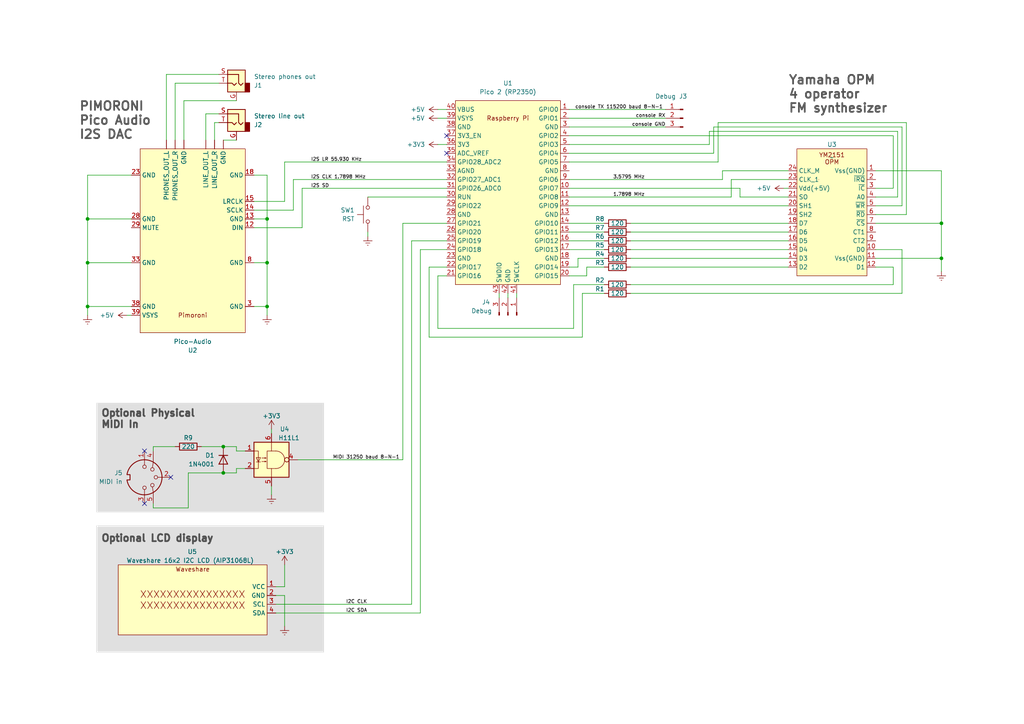
<source format=kicad_sch>
(kicad_sch (version 20230121) (generator eeschema)
  (paper "A4")
  (title_block (title "picoX21H") (date "2025-04-13") (rev "0.02") (company "https://github.com/AnotherJohnH/picoX21H"))
  (lib_symbols
    (symbol "Connector:Conn_01x03_Pin" (pin_names (offset 1.016) hide)
      (property "Reference" "J" (at 0 5.08 0))
      (property "Value" "Conn_01x03_Pin" (at 0 -5.08 0))
      (symbol "Conn_01x03_Pin_1_1"
        (polyline (pts (xy 1.27 -2.54) (xy 0.8636 -2.54)) (stroke (width 0.1524)))
        (polyline (pts (xy 1.27 0) (xy 0.8636 0)) (stroke (width 0.1524)))
        (polyline (pts (xy 1.27 2.54) (xy 0.8636 2.54)) (stroke (width 0.1524)))
        (rectangle (start 0.8636 -2.413) (end 0 -2.667) (stroke (width 0.1524)) (fill (type outline)))
        (rectangle (start 0.8636 0.127) (end 0 -0.127) (stroke (width 0.1524)) (fill (type outline)))
        (rectangle (start 0.8636 2.667) (end 0 2.413) (stroke (width 0.1524)) (fill (type outline)))
        (pin passive line (at 5.08 2.54 180) (length 3.81) (name "Pin_1") (number "1"))
        (pin passive line (at 5.08 0 180) (length 3.81) (name "Pin_2") (number "2"))
        (pin passive line (at 5.08 -2.54 180) (length 3.81) (name "Pin_3") (number "3"))
      )
    )
    (symbol "Connector:DIN-5_180degree" (pin_names (offset 1.016))
      (property "Reference" "J" (at 3.175 5.715 0))
      (property "Value" "DIN-5_180degree" (at 0 -6.35 0))
      (symbol "DIN-5_180degree_0_1"
        (arc (start -5.08 0) (mid -3.8609 -3.3364) (end -0.762 -5.08) (stroke (width 0.254)))
        (circle (center -3.048 0) (radius 0.508))
        (circle (center -2.286 2.286) (radius 0.508))
        (polyline (pts (xy -5.08 0) (xy -3.556 0)))
        (polyline (pts (xy 0 5.08) (xy 0 3.81)))
        (polyline (pts (xy 5.08 0) (xy 3.556 0)))
        (polyline (pts (xy -5.08 2.54) (xy -4.318 2.54) (xy -2.794 2.286)))
        (polyline (pts (xy 5.08 2.54) (xy 4.318 2.54) (xy 2.794 2.286)))
        (polyline (pts (xy -0.762 -4.953) (xy -0.762 -4.191) (xy 0.762 -4.191) (xy 0.762 -4.953)) (stroke (width 0.254)))
        (circle (center 0 3.302) (radius 0.508))
        (arc (start 0.762 -5.08) (mid 3.8685 -3.343) (end 5.08 0) (stroke (width 0.254)))
        (circle (center 2.286 2.286) (radius 0.508))
        (circle (center 3.048 0) (radius 0.508))
        (arc (start 5.08 0) (mid 0 5.0579) (end -5.08 0) (stroke (width 0.254)))
      )
      (symbol "DIN-5_180degree_1_1"
        (pin passive line (at -7.62 0 0) (length 2.54) (name "~") (number "1"))
        (pin passive line (at 0 7.62 270) (length 2.54) (name "~") (number "2"))
        (pin passive line (at 7.62 0 180) (length 2.54) (name "~") (number "3"))
        (pin passive line (at -7.62 2.54 0) (length 2.54) (name "~") (number "4"))
        (pin passive line (at 7.62 2.54 180) (length 2.54) (name "~") (number "5"))
      )
    )
    (symbol "Connector_Audio:AudioJack2_Ground"
      (property "Reference" "J" (at 0 8.89 0))
      (property "Value" "AudioJack2_Ground" (at 0 6.35 0))
      (symbol "AudioJack2_Ground_0_1"
        (rectangle (start -2.54 -2.54) (end -3.81 0) (stroke (width 0.254)) (fill (type outline)))
        (polyline (pts (xy 0 0) (xy 0.635 -0.635) (xy 1.27 0) (xy 2.54 0)) (stroke (width 0.254)))
        (polyline (pts (xy 2.54 2.54) (xy -0.635 2.54) (xy -0.635 0) (xy -1.27 -0.635) (xy -1.905 0)) (stroke (width 0.254)))
        (rectangle (start 2.54 3.81) (end -2.54 -2.54) (stroke (width 0.254)) (fill (type background)))
      )
      (symbol "AudioJack2_Ground_1_1"
        (pin passive line (at 0 -5.08 90) (length 2.54) (name "~") (number "G"))
        (pin passive line (at 5.08 2.54 180) (length 2.54) (name "~") (number "S"))
        (pin passive line (at 5.08 0 180) (length 2.54) (name "~") (number "T"))
      )
    )
    (symbol "Device:R" (pin_numbers hide) (pin_names (offset 0))
      (property "Reference" "R" (at 2.032 0 90))
      (property "Value" "R" (at 0 0 90))
      (symbol "R_0_1"
        (rectangle (start -1.016 -2.54) (end 1.016 2.54) (stroke (width 0.254)))
      )
      (symbol "R_1_1"
        (pin passive line (at 0 3.81 270) (length 1.27) (name "~") (number "1"))
        (pin passive line (at 0 -3.81 90) (length 1.27) (name "~") (number "2"))
      )
    )
    (symbol "Diode:1N4001" (pin_numbers hide) (pin_names hide)
      (property "Reference" "D" (at 0 2.54 0))
      (property "Value" "1N4001" (at 0 -2.54 0))
      (symbol "1N4001_0_1"
        (polyline (pts (xy -1.27 1.27) (xy -1.27 -1.27)) (stroke (width 0.254)))
        (polyline (pts (xy 1.27 0) (xy -1.27 0)))
        (polyline (pts (xy 1.27 1.27) (xy 1.27 -1.27) (xy -1.27 0) (xy 1.27 1.27)) (stroke (width 0.254)))
      )
      (symbol "1N4001_1_1"
        (pin passive line (at -3.81 0 0) (length 2.54) (name "K") (number "1"))
        (pin passive line (at 3.81 0 180) (length 2.54) (name "A") (number "2"))
      )
    )
    (symbol "Isolator:H11L1" (pin_names (offset 1.016))
      (property "Reference" "U" (at 1.27 8.89 0))
      (property "Value" "H11L1" (at 1.27 6.35 0))
      (symbol "H11L1_0_1"
        (rectangle (start -5.08 5.08) (end 5.08 -5.08) (stroke (width 0.254)) (fill (type background)))
        (polyline (pts (xy -4.445 -0.635) (xy -3.175 -0.635)))
        (polyline (pts (xy 0 2.54) (xy 0 5.08)))
        (polyline (pts (xy 0 -2.54) (xy 0 -5.08) (xy 0 -3.81)))
        (polyline (pts (xy -5.08 -2.54) (xy -3.81 -2.54) (xy -3.81 2.54) (xy -5.08 2.54)))
        (polyline (pts (xy -3.81 -0.635) (xy -4.445 0.635) (xy -3.175 0.635) (xy -3.81 -0.635)))
        (polyline (pts (xy 1.27 -2.54) (xy -1.27 -2.54) (xy -1.27 2.54) (xy 1.27 2.54)))
        (polyline (pts (xy -2.794 -0.508) (xy -1.524 -0.508) (xy -1.905 -0.635) (xy -1.905 -0.381) (xy -1.524 -0.508)))
        (polyline (pts (xy -2.794 0.508) (xy -1.524 0.508) (xy -1.905 0.381) (xy -1.905 0.635) (xy -1.524 0.508)))
        (arc (start 1.27 -2.54) (mid 3.799 0) (end 1.27 2.54))
      )
      (symbol "H11L1_1_1"
        (pin passive line (at -7.62 2.54 0) (length 2.54) (name "~") (number "1"))
        (pin passive line (at -7.62 -2.54 0) (length 2.54) (name "~") (number "2"))
        (pin no_connect line (at -5.08 0 0) (length 2.54) hide (name "~") (number "3"))
        (pin output inverted (at 7.62 0 180) (length 3.81) (name "~") (number "4"))
        (pin power_in line (at 0 -7.62 90) (length 2.54) (name "~") (number "5"))
        (pin power_in line (at 0 7.62 270) (length 2.54) (name "~") (number "6"))
      )
    )
    (symbol "MCU_RaspberryPi_and_Boards:Pico 2"
      (property "Reference" "U" (at -13.97 27.94 0))
      (property "Value" "Pico 2 (RP2350)" (at 0 19.05 0))
      (symbol "Pico 2_0_1"
        (rectangle (start -15.24 26.67) (end 15.24 -26.67) (fill (type background)))
      )
      (symbol "Pico 2_1_0"
        (text "Raspberry Pi" (at 0 21.59 0) (effects (font (size 1.27 1.27))))
      )
      (symbol "Pico 2_1_1"
        (pin bidirectional line (at -17.78 24.13 0) (length 2.54) (name "GPIO0") (number "1"))
        (pin bidirectional line (at -17.78 1.27 0) (length 2.54) (name "GPIO7") (number "10"))
        (pin bidirectional line (at -17.78 -1.27 0) (length 2.54) (name "GPIO8") (number "11"))
        (pin bidirectional line (at -17.78 -3.81 0) (length 2.54) (name "GPIO9") (number "12"))
        (pin power_in line (at -17.78 -6.35 0) (length 2.54) (name "GND") (number "13"))
        (pin bidirectional line (at -17.78 -8.89 0) (length 2.54) (name "GPIO10") (number "14"))
        (pin bidirectional line (at -17.78 -11.43 0) (length 2.54) (name "GPIO11") (number "15"))
        (pin bidirectional line (at -17.78 -13.97 0) (length 2.54) (name "GPIO12") (number "16"))
        (pin bidirectional line (at -17.78 -16.51 0) (length 2.54) (name "GPIO13") (number "17"))
        (pin power_in line (at -17.78 -19.05 0) (length 2.54) (name "GND") (number "18"))
        (pin bidirectional line (at -17.78 -21.59 0) (length 2.54) (name "GPIO14") (number "19"))
        (pin bidirectional line (at -17.78 21.59 0) (length 2.54) (name "GPIO1") (number "2"))
        (pin bidirectional line (at -17.78 -24.13 0) (length 2.54) (name "GPIO15") (number "20"))
        (pin bidirectional line (at 17.78 -24.13 180) (length 2.54) (name "GPIO16") (number "21"))
        (pin bidirectional line (at 17.78 -21.59 180) (length 2.54) (name "GPIO17") (number "22"))
        (pin power_in line (at 17.78 -19.05 180) (length 2.54) (name "GND") (number "23"))
        (pin bidirectional line (at 17.78 -16.51 180) (length 2.54) (name "GPIO18") (number "24"))
        (pin bidirectional line (at 17.78 -13.97 180) (length 2.54) (name "GPIO19") (number "25"))
        (pin bidirectional line (at 17.78 -11.43 180) (length 2.54) (name "GPIO20") (number "26"))
        (pin bidirectional line (at 17.78 -8.89 180) (length 2.54) (name "GPIO21") (number "27"))
        (pin power_in line (at 17.78 -6.35 180) (length 2.54) (name "GND") (number "28"))
        (pin bidirectional line (at 17.78 -3.81 180) (length 2.54) (name "GPIO22") (number "29"))
        (pin power_in line (at -17.78 19.05 0) (length 2.54) (name "GND") (number "3"))
        (pin input line (at 17.78 -1.27 180) (length 2.54) (name "RUN") (number "30"))
        (pin bidirectional line (at 17.78 1.27 180) (length 2.54) (name "GPIO26_ADC0") (number "31"))
        (pin bidirectional line (at 17.78 3.81 180) (length 2.54) (name "GPIO27_ADC1") (number "32"))
        (pin power_in line (at 17.78 6.35 180) (length 2.54) (name "AGND") (number "33"))
        (pin bidirectional line (at 17.78 8.89 180) (length 2.54) (name "GPIO28_ADC2") (number "34"))
        (pin power_in line (at 17.78 11.43 180) (length 2.54) (name "ADC_VREF") (number "35"))
        (pin power_in line (at 17.78 13.97 180) (length 2.54) (name "3V3") (number "36"))
        (pin input line (at 17.78 16.51 180) (length 2.54) (name "3V3_EN") (number "37"))
        (pin bidirectional line (at 17.78 19.05 180) (length 2.54) (name "GND") (number "38"))
        (pin power_in line (at 17.78 21.59 180) (length 2.54) (name "VSYS") (number "39"))
        (pin bidirectional line (at -17.78 16.51 0) (length 2.54) (name "GPIO2") (number "4"))
        (pin power_in line (at 17.78 24.13 180) (length 2.54) (name "VBUS") (number "40"))
        (pin input line (at -2.54 -29.21 90) (length 2.54) (name "SWCLK") (number "41"))
        (pin power_in line (at 0 -29.21 90) (length 2.54) (name "GND") (number "42"))
        (pin bidirectional line (at 2.54 -29.21 90) (length 2.54) (name "SWDIO") (number "43"))
        (pin bidirectional line (at -17.78 13.97 0) (length 2.54) (name "GPIO3") (number "5"))
        (pin bidirectional line (at -17.78 11.43 0) (length 2.54) (name "GPIO4") (number "6"))
        (pin bidirectional line (at -17.78 8.89 0) (length 2.54) (name "GPIO5") (number "7"))
        (pin power_in line (at -17.78 6.35 0) (length 2.54) (name "GND") (number "8"))
        (pin bidirectional line (at -17.78 3.81 0) (length 2.54) (name "GPIO6") (number "9"))
      )
    )
    (symbol "MCU_RaspberryPi_and_Boards:Pimoroni Pico-Audio"
      (property "Reference" "U" (at -13.97 27.94 0))
      (property "Value" "Pico-Audio" (at 0 19.05 0))
      (symbol "Pimoroni Pico-Audio_0_1"
        (rectangle (start -15.24 26.67) (end 15.24 -26.67) (fill (type background)))
      )
      (symbol "Pimoroni Pico-Audio_1_0"
        (text "Pimoroni" (at 0 21.59 0) (effects (font (size 1.27 1.27))))
      )
      (symbol "Pimoroni Pico-Audio_1_1"
        (pin power_out line (at -8.89 -29.21 90) (length 2.54) (name "GND") (number ""))
        (pin power_out line (at 2.54 -29.21 90) (length 2.54) (name "GND") (number ""))
        (pin output line (at -3.81 -29.21 90) (length 2.54) (name "LINE_OUT_L") (number ""))
        (pin output line (at -6.35 -29.21 90) (length 2.54) (name "LINE_OUT_R") (number ""))
        (pin output line (at 7.62 -29.21 90) (length 2.54) (name "PHONES_OUT_L") (number ""))
        (pin output line (at 5.08 -29.21 90) (length 2.54) (name "PHONES_OUT_R") (number ""))
        (pin input line (at -17.78 -3.81 0) (length 2.54) (name "DIN") (number "12"))
        (pin power_in line (at -17.78 -6.35 0) (length 2.54) (name "GND") (number "13"))
        (pin input line (at -17.78 -8.89 0) (length 2.54) (name "SCLK") (number "14"))
        (pin input line (at -17.78 -11.43 0) (length 2.54) (name "LRCLK") (number "15"))
        (pin power_in line (at -17.78 -19.05 0) (length 2.54) (name "GND") (number "18"))
        (pin power_in line (at 17.78 -19.05 180) (length 2.54) (name "GND") (number "23"))
        (pin power_in line (at 17.78 -6.35 180) (length 2.54) (name "GND") (number "28"))
        (pin input line (at 17.78 -3.81 180) (length 2.54) (name "MUTE") (number "29"))
        (pin power_in line (at -17.78 19.05 0) (length 2.54) (name "GND") (number "3"))
        (pin power_in line (at 17.78 6.35 180) (length 2.54) (name "GND") (number "33"))
        (pin bidirectional line (at 17.78 19.05 180) (length 2.54) (name "GND") (number "38"))
        (pin power_in line (at 17.78 21.59 180) (length 2.54) (name "VSYS") (number "39"))
        (pin power_in line (at -17.78 6.35 0) (length 2.54) (name "GND") (number "8"))
      )
    )
    (symbol "MCU_RaspberryPi_and_Boards:Waveshare 16x2 I2C LCD"
      (property "Reference" "U" (at -1.27 12.7 0))
      (property "Value" "Waveshare 16x2 I2C LCD" (at 0 6.35 0))
      (symbol "Waveshare 16x2 I2C LCD_0_1"
        (rectangle (start -21.59 10.16) (end 21.59 -10.16) (fill (type background)))
      )
      (symbol "Waveshare 16x2 I2C LCD_1_0"
        (text "Waveshare" (at 0 8.89 0) (effects (font (size 1.27 1.27))))
        (text "XXXXXXXXXXXXXXXX\nXXXXXXXXXXXXXXXX" (at 0 0 0) (effects (font (size 2 2))))
      )
      (symbol "Waveshare 16x2 I2C LCD_1_1"
        (pin power_in line (at -24.13 3.81 0) (length 2.54) (name "VCC") (number "1"))
        (pin power_in line (at -24.13 1.27 0) (length 2.54) (name "GND") (number "2"))
        (pin input line (at -24.13 -1.27 0) (length 2.54) (name "SCL") (number "3"))
        (pin input line (at -24.13 -3.81 0) (length 2.54) (name "SDA") (number "4"))
      )
    )
    (symbol "MCU_RaspberryPi_and_Boards:YM2151"
      (property "Reference" "U" (at 0 20.32 0))
      (symbol "YM2151_0_0"
        (text_box "YM2151\nOPM\n" (at -10.16 19.05 0) (size 20.32 -36.83) (fill (type color) (color 255 255 194 1)) (effects (font (size 1.27 1.27)) (justify top)))
      )
      (symbol "YM2151_0_1"
        (rectangle (start 3.81 10.16) (end 3.81 10.16))
      )
      (symbol "YM2151_1_1"
        (pin power_in line (at -12.7 12.7 0) (length 2.54) (name "Vss(GND)") (number "1"))
        (pin bidirectional line (at -12.7 -10.16 0) (length 2.54) (name "D0") (number "10"))
        (pin power_in line (at -12.7 -12.7 0) (length 2.54) (name "Vss(GND)") (number "11"))
        (pin bidirectional line (at -12.7 -15.24 0) (length 2.54) (name "D1") (number "12"))
        (pin bidirectional line (at 12.7 -15.24 180) (length 2.54) (name "D2") (number "13"))
        (pin bidirectional line (at 12.7 -12.7 180) (length 2.54) (name "D3") (number "14"))
        (pin bidirectional line (at 12.7 -10.16 180) (length 2.54) (name "D4") (number "15"))
        (pin bidirectional line (at 12.7 -7.62 180) (length 2.54) (name "D5") (number "16"))
        (pin bidirectional line (at 12.7 -5.08 180) (length 2.54) (name "D6") (number "17"))
        (pin bidirectional line (at 12.7 -2.54 180) (length 2.54) (name "D7") (number "18"))
        (pin output line (at 12.7 0 180) (length 2.54) (name "SH2") (number "19"))
        (pin output line (at -12.7 10.16 0) (length 2.54) (name "~{IRQ}") (number "2"))
        (pin output line (at 12.7 2.54 180) (length 2.54) (name "SH1") (number "20"))
        (pin output line (at 12.7 5.08 180) (length 2.54) (name "SO") (number "21"))
        (pin power_in line (at 12.7 7.62 180) (length 2.54) (name "Vdd(+5V)") (number "22"))
        (pin output line (at 12.7 10.16 180) (length 2.54) (name "CLK_1") (number "23"))
        (pin input line (at 12.7 12.7 180) (length 2.54) (name "CLK_M") (number "24"))
        (pin input line (at -12.7 7.62 0) (length 2.54) (name "~{IC}") (number "3"))
        (pin input line (at -12.7 5.08 0) (length 2.54) (name "A0") (number "4"))
        (pin input line (at -12.7 2.54 0) (length 2.54) (name "~{WR}") (number "5"))
        (pin input line (at -12.7 0 0) (length 2.54) (name "~{RD}") (number "6"))
        (pin input line (at -12.7 -2.54 0) (length 2.54) (name "~{CS}") (number "7"))
        (pin output line (at -12.7 -5.08 0) (length 2.54) (name "CT1") (number "8"))
        (pin output line (at -12.7 -7.62 0) (length 2.54) (name "CT2") (number "9"))
      )
    )
    (symbol "Switch:SW_Push" (pin_numbers hide) (pin_names (offset 1.016) hide)
      (property "Reference" "SW" (at 1.27 2.54 0))
      (property "Value" "SW_Push" (at 0 -1.524 0))
      (symbol "SW_Push_0_1"
        (circle (center -2.032 0) (radius 0.508))
        (polyline (pts (xy 0 1.27) (xy 0 3.048)))
        (polyline (pts (xy 2.54 1.27) (xy -2.54 1.27)))
        (circle (center 2.032 0) (radius 0.508))
        (pin passive line (at -5.08 0 0) (length 2.54) (name "1") (number "1"))
        (pin passive line (at 5.08 0 180) (length 2.54) (name "2") (number "2"))
      )
    )
    (symbol "power:+3V3" (power) (pin_names (offset 0))
      (property "Value" "+3V3" (at 0 3.556 0))
      (symbol "+3V3_0_1"
        (polyline (pts (xy -0.762 1.27) (xy 0 2.54)))
        (polyline (pts (xy 0 0) (xy 0 2.54)))
        (polyline (pts (xy 0 2.54) (xy 0.762 1.27)))
      )
      (symbol "+3V3_1_1"
        (pin power_in line (at 0 0 90) (length 0) hide (name "+3V3") (number "1"))
      )
    )
    (symbol "power:+5V" (power) (pin_names (offset 0))
      (property "Value" "+5V" (at 0 3.556 0))
      (symbol "+5V_0_1"
        (polyline (pts (xy -0.762 1.27) (xy 0 2.54)))
        (polyline (pts (xy 0 0) (xy 0 2.54)))
        (polyline (pts (xy 0 2.54) (xy 0.762 1.27)))
      )
      (symbol "+5V_1_1"
        (pin power_in line (at 0 0 90) (length 0) hide (name "+5V") (number "1"))
      )
    )
    (symbol "power:Earth" (power) (pin_names (offset 0))
      (symbol "Earth_0_1"
        (polyline (pts (xy -0.635 -1.905) (xy 0.635 -1.905)))
        (polyline (pts (xy -0.127 -2.54) (xy 0.127 -2.54)))
        (polyline (pts (xy 0 -1.27) (xy 0 0)))
        (polyline (pts (xy 1.27 -1.27) (xy -1.27 -1.27)))
      )
      (symbol "Earth_1_1"
        (pin power_in line (at 0 0 270) (length 0) hide (name "Earth") (number "1"))
      )
    )
  )
  (junction (at 25.4 88.9))
  (junction (at 273.05 74.93))
  (junction (at 25.4 76.2))
  (junction (at 64.77 129.54))
  (junction (at 273.05 64.77))
  (junction (at 25.4 63.5))
  (junction (at 64.77 137.16))
  (junction (at 77.47 76.2))
  (junction (at 77.47 88.9))
  (junction (at 77.47 63.5))
  (no_connect (at 129.54 44.45))
  (no_connect (at 129.54 39.37))
  (no_connect (at 49.53 138.43))
  (no_connect (at 41.91 146.05))
  (no_connect (at 41.91 130.81))
  (wire (pts (xy 254 77.47) (xy 259.08 77.47)))
  (wire (pts (xy 273.05 74.93) (xy 273.05 78.74)))
  (wire (pts (xy 212.09 52.07) (xy 228.6 52.07)))
  (wire (pts (xy 73.66 88.9) (xy 77.47 88.9)))
  (wire (pts (xy 86.36 133.35) (xy 116.84 133.35)))
  (wire (pts (xy 82.55 172.72) (xy 82.55 181.61)))
  (wire (pts (xy 44.45 146.05) (xy 44.45 147.32)))
  (wire (pts (xy 165.1 64.77) (xy 175.26 64.77)))
  (wire (pts (xy 71.12 130.81) (xy 68.58 130.81)))
  (wire (pts (xy 182.88 67.31) (xy 228.6 67.31)))
  (wire (pts (xy 209.55 49.53) (xy 209.55 52.07)))
  (wire (pts (xy 124.46 77.47) (xy 129.54 77.47)))
  (wire (pts (xy 144.78 85.09) (xy 144.78 86.36)))
  (wire (pts (xy 44.45 130.81) (xy 44.45 129.54)))
  (wire (pts (xy 165.1 41.91) (xy 205.74 41.91)))
  (wire (pts (xy 165.1 67.31) (xy 175.26 67.31)))
  (wire (pts (xy 208.28 35.56) (xy 208.28 46.99)))
  (wire (pts (xy 64.77 137.16) (xy 68.58 137.16)))
  (wire (pts (xy 170.18 77.47) (xy 175.26 77.47)))
  (wire (pts (xy 259.08 39.37) (xy 259.08 54.61)))
  (wire (pts (xy 25.4 88.9) (xy 38.1 88.9)))
  (wire (pts (xy 127 95.25) (xy 127 80.01)))
  (wire (pts (xy 116.84 133.35) (xy 116.84 64.77)))
  (wire (pts (xy 166.37 95.25) (xy 166.37 82.55)))
  (wire (pts (xy 208.28 35.56) (xy 262.89 35.56)))
  (wire (pts (xy 168.91 97.79) (xy 168.91 85.09)))
  (wire (pts (xy 228.6 57.15) (xy 214.63 57.15)))
  (wire (pts (xy 77.47 50.8) (xy 73.66 50.8)))
  (wire (pts (xy 170.18 80.01) (xy 165.1 80.01)))
  (wire (pts (xy 68.58 29.21) (xy 53.34 29.21)))
  (wire (pts (xy 127 95.25) (xy 166.37 95.25)))
  (wire (pts (xy 182.88 82.55) (xy 259.08 82.55)))
  (wire (pts (xy 25.4 76.2) (xy 25.4 88.9)))
  (wire (pts (xy 254 59.69) (xy 261.62 59.69)))
  (wire (pts (xy 68.58 135.89) (xy 68.58 137.16)))
  (wire (pts (xy 167.64 74.93) (xy 167.64 77.47)))
  (wire (pts (xy 182.88 74.93) (xy 228.6 74.93)))
  (wire (pts (xy 260.35 38.1) (xy 260.35 57.15)))
  (wire (pts (xy 165.1 54.61) (xy 214.63 54.61)))
  (wire (pts (xy 68.58 135.89) (xy 71.12 135.89)))
  (wire (pts (xy 182.88 77.47) (xy 228.6 77.47)))
  (wire (pts (xy 25.4 88.9) (xy 25.4 91.44)))
  (wire (pts (xy 214.63 57.15) (xy 214.63 54.61)))
  (wire (pts (xy 261.62 85.09) (xy 261.62 72.39)))
  (wire (pts (xy 73.66 60.96) (xy 85.09 60.96)))
  (wire (pts (xy 165.1 39.37) (xy 259.08 39.37)))
  (wire (pts (xy 227.33 54.61) (xy 228.6 54.61)))
  (wire (pts (xy 165.1 44.45) (xy 207.01 44.45)))
  (wire (pts (xy 50.8 24.13) (xy 63.5 24.13)))
  (wire (pts (xy 205.74 38.1) (xy 260.35 38.1)))
  (wire (pts (xy 82.55 58.42) (xy 73.66 58.42)))
  (wire (pts (xy 119.38 69.85) (xy 119.38 175.26)))
  (wire (pts (xy 82.55 46.99) (xy 129.54 46.99)))
  (wire (pts (xy 212.09 52.07) (xy 212.09 57.15)))
  (wire (pts (xy 129.54 34.29) (xy 127 34.29)))
  (wire (pts (xy 68.58 40.64) (xy 64.77 40.64)))
  (wire (pts (xy 64.77 129.54) (xy 58.42 129.54)))
  (wire (pts (xy 165.1 57.15) (xy 212.09 57.15)))
  (wire (pts (xy 80.01 177.8) (xy 121.92 177.8)))
  (wire (pts (xy 124.46 97.79) (xy 124.46 77.47)))
  (wire (pts (xy 25.4 50.8) (xy 25.4 63.5)))
  (wire (pts (xy 25.4 63.5) (xy 38.1 63.5)))
  (wire (pts (xy 193.04 31.75) (xy 165.1 31.75)))
  (wire (pts (xy 254 74.93) (xy 273.05 74.93)))
  (wire (pts (xy 64.77 137.16) (xy 54.61 137.16)))
  (wire (pts (xy 129.54 41.91) (xy 127 41.91)))
  (wire (pts (xy 106.68 67.31) (xy 106.68 68.58)))
  (wire (pts (xy 149.86 85.09) (xy 149.86 86.36)))
  (wire (pts (xy 124.46 97.79) (xy 168.91 97.79)))
  (wire (pts (xy 254 64.77) (xy 273.05 64.77)))
  (wire (pts (xy 193.04 34.29) (xy 165.1 34.29)))
  (wire (pts (xy 207.01 44.45) (xy 207.01 36.83)))
  (wire (pts (xy 165.1 72.39) (xy 175.26 72.39)))
  (wire (pts (xy 165.1 59.69) (xy 228.6 59.69)))
  (wire (pts (xy 53.34 40.64) (xy 53.34 29.21)))
  (wire (pts (xy 54.61 147.32) (xy 44.45 147.32)))
  (wire (pts (xy 168.91 85.09) (xy 175.26 85.09)))
  (wire (pts (xy 77.47 50.8) (xy 77.47 63.5)))
  (wire (pts (xy 261.62 36.83) (xy 261.62 59.69)))
  (wire (pts (xy 87.63 54.61) (xy 129.54 54.61)))
  (wire (pts (xy 73.66 66.04) (xy 87.63 66.04)))
  (wire (pts (xy 127 80.01) (xy 129.54 80.01)))
  (wire (pts (xy 182.88 72.39) (xy 228.6 72.39)))
  (wire (pts (xy 209.55 52.07) (xy 165.1 52.07)))
  (wire (pts (xy 254 57.15) (xy 260.35 57.15)))
  (wire (pts (xy 165.1 46.99) (xy 208.28 46.99)))
  (wire (pts (xy 193.04 36.83) (xy 165.1 36.83)))
  (wire (pts (xy 167.64 77.47) (xy 165.1 77.47)))
  (wire (pts (xy 25.4 76.2) (xy 38.1 76.2)))
  (wire (pts (xy 82.55 163.83) (xy 82.55 170.18)))
  (wire (pts (xy 80.01 172.72) (xy 82.55 172.72)))
  (wire (pts (xy 254 72.39) (xy 261.62 72.39)))
  (wire (pts (xy 77.47 88.9) (xy 77.47 91.44)))
  (wire (pts (xy 259.08 82.55) (xy 259.08 77.47)))
  (wire (pts (xy 77.47 76.2) (xy 77.47 88.9)))
  (wire (pts (xy 59.69 40.64) (xy 59.69 33.02)))
  (wire (pts (xy 254 49.53) (xy 273.05 49.53)))
  (wire (pts (xy 85.09 52.07) (xy 129.54 52.07)))
  (wire (pts (xy 87.63 66.04) (xy 87.63 54.61)))
  (wire (pts (xy 182.88 85.09) (xy 261.62 85.09)))
  (wire (pts (xy 147.32 85.09) (xy 147.32 86.36)))
  (wire (pts (xy 273.05 64.77) (xy 273.05 74.93)))
  (wire (pts (xy 48.26 21.59) (xy 63.5 21.59)))
  (wire (pts (xy 44.45 129.54) (xy 50.8 129.54)))
  (wire (pts (xy 262.89 62.23) (xy 254 62.23)))
  (wire (pts (xy 273.05 49.53) (xy 273.05 64.77)))
  (wire (pts (xy 82.55 46.99) (xy 82.55 58.42)))
  (wire (pts (xy 68.58 129.54) (xy 68.58 130.81)))
  (wire (pts (xy 259.08 54.61) (xy 254 54.61)))
  (wire (pts (xy 116.84 64.77) (xy 129.54 64.77)))
  (wire (pts (xy 262.89 35.56) (xy 262.89 62.23)))
  (wire (pts (xy 59.69 33.02) (xy 63.5 33.02)))
  (wire (pts (xy 80.01 175.26) (xy 119.38 175.26)))
  (wire (pts (xy 106.68 57.15) (xy 129.54 57.15)))
  (wire (pts (xy 78.74 124.46) (xy 78.74 125.73)))
  (wire (pts (xy 85.09 52.07) (xy 85.09 60.96)))
  (wire (pts (xy 121.92 72.39) (xy 129.54 72.39)))
  (wire (pts (xy 119.38 69.85) (xy 129.54 69.85)))
  (wire (pts (xy 207.01 36.83) (xy 261.62 36.83)))
  (wire (pts (xy 78.74 140.97) (xy 78.74 143.51)))
  (wire (pts (xy 62.23 35.56) (xy 63.5 35.56)))
  (wire (pts (xy 209.55 49.53) (xy 228.6 49.53)))
  (wire (pts (xy 182.88 69.85) (xy 228.6 69.85)))
  (wire (pts (xy 121.92 72.39) (xy 121.92 177.8)))
  (wire (pts (xy 25.4 63.5) (xy 25.4 76.2)))
  (wire (pts (xy 77.47 63.5) (xy 77.47 76.2)))
  (wire (pts (xy 80.01 170.18) (xy 82.55 170.18)))
  (wire (pts (xy 54.61 137.16) (xy 54.61 147.32)))
  (wire (pts (xy 25.4 50.8) (xy 38.1 50.8)))
  (wire (pts (xy 166.37 82.55) (xy 175.26 82.55)))
  (wire (pts (xy 167.64 74.93) (xy 175.26 74.93)))
  (wire (pts (xy 48.26 21.59) (xy 48.26 40.64)))
  (wire (pts (xy 165.1 69.85) (xy 175.26 69.85)))
  (wire (pts (xy 73.66 63.5) (xy 77.47 63.5)))
  (wire (pts (xy 129.54 31.75) (xy 127 31.75)))
  (wire (pts (xy 64.77 129.54) (xy 68.58 129.54)))
  (wire (pts (xy 50.8 24.13) (xy 50.8 40.64)))
  (wire (pts (xy 170.18 77.47) (xy 170.18 80.01)))
  (wire (pts (xy 205.74 41.91) (xy 205.74 38.1)))
  (wire (pts (xy 36.83 91.44) (xy 38.1 91.44)))
  (wire (pts (xy 62.23 40.64) (xy 62.23 35.56)))
  (wire (pts (xy 182.88 64.77) (xy 228.6 64.77)))
  (wire (pts (xy 77.47 76.2) (xy 73.66 76.2)))
  (rectangle (start 27.94 152.4) (end 93.98 189.23) (stroke (width -0.0001)) (fill (type color) (color 224 224 224 1)))
  (rectangle (start 27.94 116.84) (end 93.98 148.59) (stroke (width -0.0001)) (fill (type color) (color 224 224 224 1)))
  (text "Yamaha OPM\n4 operator\nFM synthesizer" (at 228.6 33.02 0) (effects (font (size 2.54 2.54) (thickness 0.508) bold) (justify left bottom)))
  (text "Optional LCD display" (at 29.21 157.48 0) (effects (font (size 2.032 2.032) (thickness 0.508) bold) (justify left bottom)))
  (text "PIMORONI\nPico Audio\nI2S DAC" (at 22.86 40.64 0) (effects (font (size 2.54 2.54) (thickness 0.508) bold) (justify left bottom)))
  (text "Optional Physical\nMIDI In" (at 29.21 124.46 0) (effects (font (size 2.032 2.032) (thickness 0.508) bold) (justify left bottom)))
  (label "console RX" (at 193.04 34.29 180) (effects (font (size 1 1))))
  (label "I2S LR 55.930 KHz" (at 90.17 46.99 0) (effects (font (size 1 1))))
  (label "I2S CLK 1.7898 MHz" (at 90.17 52.07 0) (effects (font (size 1 1))))
  (label "console GND" (at 193.04 36.83 180) (effects (font (size 1 1))))
  (label "1.7898 MHz" (at 177.8 57.15 0) (effects (font (size 1 1))))
  (label "I2C SDA" (at 100.33 177.8 0) (effects (font (size 1 1))))
  (label "I2C CLK" (at 100.33 175.26 0) (effects (font (size 1 1))))
  (label "MIDI 31250 baud 8-N-1" (at 96.52 133.35 0) (effects (font (size 1 1))))
  (label "console TX 115200 baud 8-N-1 " (at 193.04 31.75 180) (effects (font (size 1 1))))
  (label "3.5795 MHz" (at 177.8 52.07 0) (effects (font (size 1 1))))
  (label "I2S SD" (at 90.17 54.61 0) (effects (font (size 1 1))))
  (symbol (lib_id "Diode:1N4001") (at 64.77 133.35 90) (mirror x) (unit 1)
    (property "Reference" "D1" (at 62.23 132.08 90) (effects (justify left)))
    (property "Value" "1N4001" (at 62.23 134.62 90) (effects (justify left)))
    (property "Footprint" "Diode_THT:D_DO-41_SOD81_P10.16mm_Horizontal" (effects hide))
    (property "Datasheet" "http://www.vishay.com/docs/88503/1n4001.pdf" (effects hide))
    (property "Sim.Device" "D" (effects hide))
    (property "Sim.Pins" "1=K 2=A" (effects hide))
  )
  (symbol (lib_id "MCU_RaspberryPi_and_Boards:Pico 2") (at 147.32 55.88 0) (mirror y) (unit 1)
    (property "Reference" "U1" (at 147.32 24.13 0))
    (property "Value" "Pico 2 (RP2350)" (at 147.32 26.67 0))
    (property "Footprint" "RPi_Pico:RPi_Pico_SMD_TH" (effects hide))
  )
  (symbol (lib_id "power:Earth") (at 82.55 181.61 0) (unit 1)
    (property "Reference" "#PWR013" (effects hide))
    (property "Value" "Earth" (effects hide))
  )
  (symbol (lib_id "power:Earth") (at 25.4 91.44 0) (mirror y) (unit 1)
    (property "Reference" "#PWR08" (effects hide))
    (property "Value" "Earth" (effects hide))
  )
  (symbol (lib_id "power:Earth") (at 106.68 68.58 0) (mirror y) (unit 1)
    (property "Reference" "#PWR02" (effects hide))
    (property "Value" "Earth" (effects hide))
  )
  (symbol (lib_id "power:+5V") (at 36.83 91.44 90) (mirror x) (unit 1)
    (property "Reference" "#PWR04" (effects hide))
    (property "Value" "VSYS" (at 33.02 91.44 90) (effects (justify left)))
  )
  (symbol (lib_id "Connector_Audio:AudioJack2_Ground") (at 68.58 35.56 0) (mirror y) (unit 1)
    (property "Reference" "J2" (at 73.66 36.195 0) (effects (justify right)))
    (property "Value" "Stereo line out" (at 73.66 33.655 0) (effects (justify right)))
    (property "Footprint" "Connector_Audio:Jack_3.5mm_CUI_SJ1-3523N_Horizontal" (effects hide))
  )
  (symbol (lib_id "Connector:Conn_01x03_Pin") (at 198.12 34.29 0) (mirror y) (unit 1)
    (property "Reference" "J3" (at 198.12 27.94 0))
    (property "Value" "Debug" (at 193.04 27.94 0))
    (property "Footprint" "Connector:FanPinHeader_1x03_P2.54mm_Vertical" (effects hide))
  )
  (symbol (lib_id "Device:R") (at 179.07 67.31 90) (unit 1)
    (property "Reference" "R7" (at 173.99 66.04 90))
    (property "Value" "120" (at 179.07 67.31 90))
  )
  (symbol (lib_id "Isolator:H11L1") (at 78.74 133.35 0) (unit 1)
    (property "Reference" "U4" (at 82.55 124.46 0))
    (property "Value" "H11L1" (at 83.82 127 0))
    (property "Footprint" "Package_DIP:DIP-6_W7.62mm_LongPads" (effects hide))
    (property "Datasheet" "https://www.onsemi.com/pub/Collateral/H11L3M-D.PDF" (effects hide))
  )
  (symbol (lib_id "Device:R") (at 179.07 72.39 90) (unit 1)
    (property "Reference" "R5" (at 173.99 71.12 90))
    (property "Value" "120" (at 179.07 72.39 90))
  )
  (symbol (lib_id "power:+3V3") (at 78.74 124.46 0) (unit 1)
    (property "Reference" "#PWR05" (effects hide))
    (property "Value" "+3V3" (at 78.74 120.65 0))
  )
  (symbol (lib_id "power:+5V") (at 227.33 54.61 90) (mirror x) (unit 1)
    (property "Reference" "#PWR011" (effects hide))
    (property "Value" "VSYS" (at 223.52 54.61 90) (effects (justify left)))
  )
  (symbol (lib_id "power:Earth") (at 273.05 78.74 0) (mirror y) (unit 1)
    (property "Reference" "#PWR09" (effects hide))
    (property "Value" "Earth" (effects hide))
  )
  (symbol (lib_id "Device:R") (at 179.07 82.55 90) (unit 1)
    (property "Reference" "R2" (at 173.99 81.28 90))
    (property "Value" "120" (at 179.07 82.55 90))
  )
  (symbol (lib_id "Switch:SW_Push") (at 106.68 62.23 90) (mirror x) (unit 1)
    (property "Reference" "SW1" (at 102.87 60.96 90) (effects (justify left)))
    (property "Value" "RST" (at 102.87 63.5 90) (effects (justify left)))
    (property "Footprint" "Button_Switch_THT:SW_PUSH_6mm_H5mm" (effects hide))
  )
  (symbol (lib_id "MCU_RaspberryPi_and_Boards:Waveshare 16x2 I2C LCD") (at 55.88 173.99 0) (mirror y) (unit 1)
    (property "Reference" "U5" (at 57.15 160.02 0) (effects (justify left)))
    (property "Value" "Waveshare 16x2 I2C LCD (AIP31068L)" (at 73.66 162.56 0) (effects (justify left)))
    (property "Footprint" "RPi_Pico:RPi_Pico_SMD_TH" (effects hide))
  )
  (symbol (lib_id "power:+3V3") (at 82.55 163.83 0) (unit 1)
    (property "Reference" "#PWR012" (effects hide))
    (property "Value" "+3V3" (at 82.55 160.02 0))
  )
  (symbol (lib_id "Connector_Audio:AudioJack2_Ground") (at 68.58 24.13 0) (mirror y) (unit 1)
    (property "Reference" "J1" (at 73.66 24.765 0) (effects (justify right)))
    (property "Value" "Stereo phones out" (at 73.66 22.225 0) (effects (justify right)))
    (property "Footprint" "Connector_Audio:Jack_3.5mm_CUI_SJ1-3523N_Horizontal" (effects hide))
  )
  (symbol (lib_id "Device:R") (at 179.07 64.77 90) (unit 1)
    (property "Reference" "R8" (at 173.99 63.5 90))
    (property "Value" "120" (at 179.07 64.77 90))
  )
  (symbol (lib_id "MCU_RaspberryPi_and_Boards:Pimoroni Pico-Audio") (at 55.88 69.85 180) (unit 1)
    (property "Reference" "U2" (at 55.88 101.6 0))
    (property "Value" "Pico-Audio" (at 55.88 99.06 0))
    (property "Footprint" "RPi_Pico:RPi_Pico_SMD_TH" (effects hide))
  )
  (symbol (lib_id "MCU_RaspberryPi_and_Boards:YM2151") (at 241.3 62.23 0) (mirror y) (unit 1)
    (property "Reference" "U3" (at 241.3 41.91 0))
    (property "Value" "~" (at 241.3 45.72 0))
  )
  (symbol (lib_id "power:+3V3") (at 127 41.91 90) (mirror x) (unit 1)
    (property "Reference" "#PWR06" (effects hide))
    (property "Value" "+3V3" (at 120.65 41.91 90))
  )
  (symbol (lib_id "Device:R") (at 179.07 85.09 90) (unit 1)
    (property "Reference" "R1" (at 173.99 83.82 90))
    (property "Value" "120" (at 179.07 85.09 90))
  )
  (symbol (lib_id "Device:R") (at 179.07 69.85 90) (unit 1)
    (property "Reference" "R6" (at 173.99 68.58 90))
    (property "Value" "120" (at 179.07 69.85 90))
  )
  (symbol (lib_id "Connector:DIN-5_180degree") (at 41.91 138.43 270) (unit 1)
    (property "Reference" "J5" (at 35.56 137.16 90) (effects (justify right)))
    (property "Value" "MIDI in" (at 35.56 139.7 90) (effects (justify right)))
    (property "Datasheet" "http://www.mouser.com/ds/2/18/40_c091_abd_e-75918.pdf" (effects hide))
  )
  (symbol (lib_id "Device:R") (at 54.61 129.54 270) (mirror x) (unit 1)
    (property "Reference" "R9" (at 54.61 127 90))
    (property "Value" "220" (at 54.61 129.54 90))
    (property "Footprint" "Resistor_THT:R_Axial_DIN0204_L3.6mm_D1.6mm_P5.08mm_Horizontal" (effects hide))
  )
  (symbol (lib_id "Device:R") (at 179.07 77.47 90) (unit 1)
    (property "Reference" "R3" (at 173.99 76.2 90))
    (property "Value" "120" (at 179.07 77.47 90))
  )
  (symbol (lib_id "Connector:Conn_01x03_Pin") (at 147.32 91.44 270) (mirror x) (unit 1)
    (property "Reference" "J4" (at 140.97 87.63 90))
    (property "Value" "Debug" (at 139.7 90.17 90))
    (property "Footprint" "Connector:FanPinHeader_1x03_P2.54mm_Vertical" (effects hide))
  )
  (symbol (lib_id "power:+5V") (at 127 34.29 90) (mirror x) (unit 1)
    (property "Reference" "#PWR010" (effects hide))
    (property "Value" "VSYS" (at 123.19 34.29 90) (effects (justify left)))
  )
  (symbol (lib_id "power:Earth") (at 78.74 143.51 0) (unit 1)
    (property "Reference" "#PWR03" (effects hide))
    (property "Value" "Earth" (effects hide))
  )
  (symbol (lib_id "Device:R") (at 179.07 74.93 90) (unit 1)
    (property "Reference" "R4" (at 173.99 73.66 90))
    (property "Value" "120" (at 179.07 74.93 90))
  )
  (symbol (lib_id "power:Earth") (at 77.47 91.44 0) (mirror y) (unit 1)
    (property "Reference" "#PWR01" (effects hide))
    (property "Value" "Earth" (effects hide))
  )
  (symbol (lib_id "power:+5V") (at 127 31.75 90) (mirror x) (unit 1)
    (property "Reference" "#PWR07" (effects hide))
    (property "Value" "+5V" (at 123.19 31.75 90) (effects (justify left)))
  )
)
</source>
